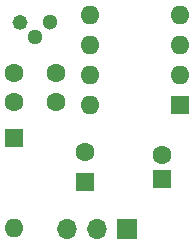
<source format=gts>
%TF.GenerationSoftware,KiCad,Pcbnew,(5.1.7)-1*%
%TF.CreationDate,2022-01-04T17:04:23+01:00*%
%TF.ProjectId,psu-module-negative,7073752d-6d6f-4647-956c-652d6e656761,rev?*%
%TF.SameCoordinates,Original*%
%TF.FileFunction,Soldermask,Top*%
%TF.FilePolarity,Negative*%
%FSLAX46Y46*%
G04 Gerber Fmt 4.6, Leading zero omitted, Abs format (unit mm)*
G04 Created by KiCad (PCBNEW (5.1.7)-1) date 2022-01-04 17:04:23*
%MOMM*%
%LPD*%
G01*
G04 APERTURE LIST*
%ADD10R,1.600000X1.600000*%
%ADD11O,1.600000X1.600000*%
%ADD12C,1.600000*%
%ADD13O,1.300000X1.300000*%
%ADD14C,1.300000*%
%ADD15R,1.700000X1.700000*%
%ADD16O,1.700000X1.700000*%
G04 APERTURE END LIST*
D10*
X16960000Y-18000000D03*
D11*
X16960000Y-25620000D03*
D12*
X20500000Y-12500000D03*
X20500000Y-15000000D03*
X16960000Y-12500000D03*
X16960000Y-15000000D03*
D13*
X18730000Y-9520000D03*
D14*
X20000000Y-8250000D03*
G36*
G01*
X17919619Y-7790381D02*
X17919619Y-7790381D01*
G75*
G02*
X17919619Y-8709619I-459619J-459619D01*
G01*
X17919619Y-8709619D01*
G75*
G02*
X17000381Y-8709619I-459619J459619D01*
G01*
X17000381Y-8709619D01*
G75*
G02*
X17000381Y-7790381I459619J459619D01*
G01*
X17000381Y-7790381D01*
G75*
G02*
X17919619Y-7790381I459619J-459619D01*
G01*
G37*
D10*
X23000000Y-21750000D03*
D12*
X23000000Y-19250000D03*
D10*
X31000000Y-15250000D03*
D11*
X23380000Y-7630000D03*
X31000000Y-12710000D03*
X23380000Y-10170000D03*
X31000000Y-10170000D03*
X23380000Y-12710000D03*
X31000000Y-7630000D03*
X23380000Y-15250000D03*
D10*
X29500000Y-21500000D03*
D12*
X29500000Y-19500000D03*
D15*
X26540000Y-25750000D03*
D16*
X24000000Y-25750000D03*
X21460000Y-25750000D03*
M02*

</source>
